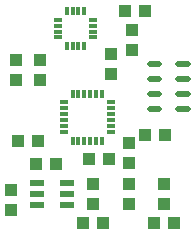
<source format=gtp>
G75*
%MOIN*%
%OFA0B0*%
%FSLAX25Y25*%
%IPPOS*%
%LPD*%
%AMOC8*
5,1,8,0,0,1.08239X$1,22.5*
%
%ADD10C,0.02165*%
%ADD11R,0.04331X0.03937*%
%ADD12R,0.03937X0.04331*%
%ADD13R,0.03150X0.01181*%
%ADD14R,0.01181X0.03150*%
%ADD15R,0.01181X0.02953*%
%ADD16R,0.02953X0.01181*%
%ADD17R,0.05000X0.02200*%
D10*
X0061399Y0047661D02*
X0064549Y0047661D01*
X0064549Y0047661D01*
X0061399Y0047661D01*
X0061399Y0047661D01*
X0061399Y0052583D02*
X0064549Y0052583D01*
X0064549Y0052583D01*
X0061399Y0052583D01*
X0061399Y0052583D01*
X0061399Y0057504D02*
X0064549Y0057504D01*
X0064549Y0057504D01*
X0061399Y0057504D01*
X0061399Y0057504D01*
X0061399Y0062425D02*
X0064549Y0062425D01*
X0064549Y0062425D01*
X0061399Y0062425D01*
X0061399Y0062425D01*
X0070848Y0062425D02*
X0073998Y0062425D01*
X0073998Y0062425D01*
X0070848Y0062425D01*
X0070848Y0062425D01*
X0070848Y0057504D02*
X0073998Y0057504D01*
X0073998Y0057504D01*
X0070848Y0057504D01*
X0070848Y0057504D01*
X0070848Y0052583D02*
X0073998Y0052583D01*
X0073998Y0052583D01*
X0070848Y0052583D01*
X0070848Y0052583D01*
X0070848Y0047661D02*
X0073998Y0047661D01*
X0073998Y0047661D01*
X0070848Y0047661D01*
X0070848Y0047661D01*
D11*
X0066320Y0038902D03*
X0059628Y0038902D03*
X0047817Y0031028D03*
X0041124Y0031028D03*
X0030100Y0029059D03*
X0023407Y0029059D03*
X0024194Y0036933D03*
X0017502Y0036933D03*
X0039155Y0009374D03*
X0045848Y0009374D03*
X0062777Y0009374D03*
X0069470Y0009374D03*
X0059628Y0080240D03*
X0052935Y0080240D03*
D12*
X0014943Y0013902D03*
X0014943Y0020594D03*
X0042502Y0022563D03*
X0042502Y0015870D03*
X0054313Y0015870D03*
X0054313Y0022563D03*
X0054313Y0029650D03*
X0054313Y0036343D03*
X0066124Y0022563D03*
X0066124Y0015870D03*
X0048407Y0059177D03*
X0048407Y0065870D03*
X0055494Y0067051D03*
X0055494Y0073744D03*
X0024785Y0063902D03*
X0024785Y0057209D03*
X0016911Y0057209D03*
X0016911Y0063902D03*
D13*
X0030691Y0071382D03*
X0030691Y0073350D03*
X0030691Y0075319D03*
X0030691Y0077287D03*
X0042502Y0077287D03*
X0042502Y0075319D03*
X0042502Y0073350D03*
X0042502Y0071382D03*
D14*
X0039549Y0068429D03*
X0037580Y0068429D03*
X0035612Y0068429D03*
X0033643Y0068429D03*
X0033643Y0080240D03*
X0035612Y0080240D03*
X0037580Y0080240D03*
X0039549Y0080240D03*
D15*
X0039549Y0052681D03*
X0041517Y0052681D03*
X0043486Y0052681D03*
X0045454Y0052681D03*
X0037580Y0052681D03*
X0035612Y0052681D03*
X0035612Y0036933D03*
X0037580Y0036933D03*
X0039549Y0036933D03*
X0041517Y0036933D03*
X0043486Y0036933D03*
X0045454Y0036933D03*
D16*
X0048407Y0039886D03*
X0048407Y0041854D03*
X0048407Y0043823D03*
X0048407Y0045791D03*
X0048407Y0047760D03*
X0048407Y0049728D03*
X0032659Y0049728D03*
X0032659Y0047760D03*
X0032659Y0045791D03*
X0032659Y0043823D03*
X0032659Y0041854D03*
X0032659Y0039886D03*
D17*
X0033822Y0022917D03*
X0033822Y0019217D03*
X0033822Y0015517D03*
X0023622Y0015517D03*
X0023622Y0019217D03*
X0023622Y0022917D03*
M02*

</source>
